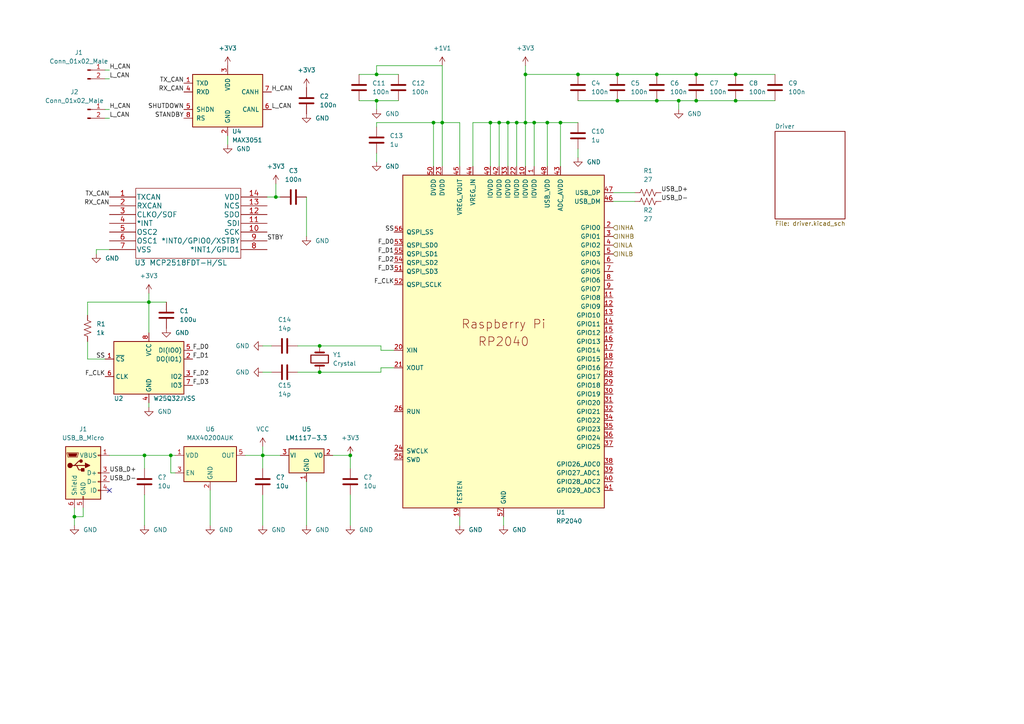
<source format=kicad_sch>
(kicad_sch (version 20211123) (generator eeschema)
  (paper "A4")
  (lib_symbols
    (symbol "Analog_Switch:MAX40200AUK"
      (property "Reference" "U" (at -6.35 6.35 0))
      (property "Value" "MAX40200AUK" (at 7.62 6.35 0))
      (symbol "MAX40200AUK_1_1"
        (rectangle (start -7.62 -5.08) (end 7.62 5.08) (stroke (width 0.254)) (fill (type background)))
        (pin power_in line (at -10.16 2.54 0) (length 2.54) (name "VDD") (number "1"))
        (pin power_in line (at 0 -7.62 90) (length 2.54) (name "GND") (number "2"))
        (pin input line (at -10.16 -2.54 0) (length 2.54) (name "EN") (number "3"))
        (pin no_connect line (at 7.62 -2.54 180) (length 2.54) hide (name "NC") (number "4"))
        (pin passive line (at 10.16 2.54 180) (length 2.54) (name "OUT") (number "5"))
      )
    )
    (symbol "CAN IC:MCP2518FDT-H{brace}slash}SL" (pin_names (offset 0.254))
      (property "Reference" "U" (at 21.59 11.43 0))
      (property "Value" "MCP2518FDT-H{brace}slash}SL" (at 21.59 8.89 0))
      (symbol "MCP2518FDT-H{brace}slash}SL_1_1"
        (polyline (pts (xy 7.62 -17.78) (xy 7.62 2.54) (xy 38.1 2.54) (xy 38.1 -17.78) (xy 7.62 -17.78)))
        (pin output line (at 0 0 0) (length 7.62) (name "TXCAN") (number "1"))
        (pin input line (at 45.72 -10.16 180) (length 7.62) (name "SCK") (number "10"))
        (pin input line (at 45.72 -7.62 180) (length 7.62) (name "SDI") (number "11"))
        (pin output line (at 45.72 -5.08 180) (length 7.62) (name "SDO") (number "12"))
        (pin input line (at 45.72 -2.54 180) (length 7.62) (name "NCS") (number "13"))
        (pin power_in line (at 45.72 0 180) (length 7.62) (name "VDD") (number "14"))
        (pin input line (at 0 -2.54 0) (length 7.62) (name "RXCAN") (number "2"))
        (pin output line (at 0 -5.08 0) (length 7.62) (name "CLKO/SOF") (number "3"))
        (pin output line (at 0 -7.62 0) (length 7.62) (name "*INT") (number "4"))
        (pin output line (at 0 -10.16 0) (length 7.62) (name "OSC2") (number "5"))
        (pin input line (at 0 -12.7 0) (length 7.62) (name "OSC1") (number "6"))
        (pin power_in line (at 0 -15.24 0) (length 7.62) (name "VSS") (number "7"))
        (pin bidirectional line (at 45.72 -15.24 180) (length 7.62) (name "*INT1/GPIO1") (number "8"))
        (pin bidirectional line (at 45.72 -12.7 180) (length 7.62) (name "*INT0/GPIO0/XSTBY") (number "9"))
      )
    )
    (symbol "Connector:Conn_01x02_Male" (pin_names (offset 1.016) hide)
      (property "Reference" "J" (at 0 2.54 0))
      (property "Value" "Conn_01x02_Male" (at 0 -5.08 0))
      (symbol "Conn_01x02_Male_1_1"
        (polyline (pts (xy 1.27 -2.54) (xy 0.8636 -2.54)) (stroke (width 0.1524)))
        (polyline (pts (xy 1.27 0) (xy 0.8636 0)) (stroke (width 0.1524)))
        (rectangle (start 0.8636 -2.413) (end 0 -2.667) (stroke (width 0.1524)) (fill (type outline)))
        (rectangle (start 0.8636 0.127) (end 0 -0.127) (stroke (width 0.1524)) (fill (type outline)))
        (pin passive line (at 5.08 0 180) (length 3.81) (name "Pin_1") (number "1"))
        (pin passive line (at 5.08 -2.54 180) (length 3.81) (name "Pin_2") (number "2"))
      )
    )
    (symbol "Connector:USB_B_Micro" (pin_names (offset 1.016))
      (property "Reference" "J" (at -5.08 11.43 0))
      (property "Value" "USB_B_Micro" (at -5.08 8.89 0))
      (symbol "USB_B_Micro_0_1"
        (rectangle (start -5.08 -7.62) (end 5.08 7.62) (stroke (width 0.254)) (fill (type background)))
        (circle (center -3.81 2.159) (radius 0.635) (stroke (width 0.254)) (fill (type outline)))
        (circle (center -0.635 3.429) (radius 0.381) (stroke (width 0.254)) (fill (type outline)))
        (rectangle (start -0.127 -7.62) (end 0.127 -6.858))
        (polyline (pts (xy -1.905 2.159) (xy 0.635 2.159)) (stroke (width 0.254)))
        (polyline (pts (xy -3.175 2.159) (xy -2.54 2.159) (xy -1.27 3.429) (xy -0.635 3.429)) (stroke (width 0.254)))
        (polyline (pts (xy -2.54 2.159) (xy -1.905 2.159) (xy -1.27 0.889) (xy 0 0.889)) (stroke (width 0.254)))
        (polyline (pts (xy 0.635 2.794) (xy 0.635 1.524) (xy 1.905 2.159) (xy 0.635 2.794)) (stroke (width 0.254)) (fill (type outline)))
        (polyline (pts (xy -4.318 5.588) (xy -1.778 5.588) (xy -2.032 4.826) (xy -4.064 4.826) (xy -4.318 5.588)) (fill (type outline)))
        (polyline (pts (xy -4.699 5.842) (xy -4.699 5.588) (xy -4.445 4.826) (xy -4.445 4.572) (xy -1.651 4.572) (xy -1.651 4.826) (xy -1.397 5.588) (xy -1.397 5.842) (xy -4.699 5.842)))
        (rectangle (start 0.254 1.27) (end -0.508 0.508) (stroke (width 0.254)) (fill (type outline)))
        (rectangle (start 5.08 -5.207) (end 4.318 -4.953))
        (rectangle (start 5.08 -2.667) (end 4.318 -2.413))
        (rectangle (start 5.08 -0.127) (end 4.318 0.127))
        (rectangle (start 5.08 4.953) (end 4.318 5.207))
      )
      (symbol "USB_B_Micro_1_1"
        (pin power_out line (at 7.62 5.08 180) (length 2.54) (name "VBUS") (number "1"))
        (pin bidirectional line (at 7.62 -2.54 180) (length 2.54) (name "D-") (number "2"))
        (pin bidirectional line (at 7.62 0 180) (length 2.54) (name "D+") (number "3"))
        (pin passive line (at 7.62 -5.08 180) (length 2.54) (name "ID") (number "4"))
        (pin power_out line (at 0 -10.16 90) (length 2.54) (name "GND") (number "5"))
        (pin passive line (at -2.54 -10.16 90) (length 2.54) (name "Shield") (number "6"))
      )
    )
    (symbol "Device:C" (pin_numbers hide) (pin_names (offset 0.254))
      (property "Reference" "C" (at 0.635 2.54 0))
      (property "Value" "C" (at 0.635 -2.54 0))
      (symbol "C_0_1"
        (polyline (pts (xy -2.032 -0.762) (xy 2.032 -0.762)) (stroke (width 0.508)))
        (polyline (pts (xy -2.032 0.762) (xy 2.032 0.762)) (stroke (width 0.508)))
      )
      (symbol "C_1_1"
        (pin passive line (at 0 3.81 270) (length 2.794) (name "~") (number "1"))
        (pin passive line (at 0 -3.81 90) (length 2.794) (name "~") (number "2"))
      )
    )
    (symbol "Device:Crystal" (pin_numbers hide) (pin_names (offset 1.016) hide)
      (property "Reference" "Y" (at 0 3.81 0))
      (property "Value" "Crystal" (at 0 -3.81 0))
      (symbol "Crystal_0_1"
        (rectangle (start -1.143 2.54) (end 1.143 -2.54) (stroke (width 0.3048)))
        (polyline (pts (xy -2.54 0) (xy -1.905 0)))
        (polyline (pts (xy -1.905 -1.27) (xy -1.905 1.27)) (stroke (width 0.508)))
        (polyline (pts (xy 1.905 -1.27) (xy 1.905 1.27)) (stroke (width 0.508)))
        (polyline (pts (xy 2.54 0) (xy 1.905 0)))
      )
      (symbol "Crystal_1_1"
        (pin passive line (at -3.81 0 0) (length 1.27) (name "1") (number "1"))
        (pin passive line (at 3.81 0 180) (length 1.27) (name "2") (number "2"))
      )
    )
    (symbol "Device:R_US" (pin_numbers hide) (pin_names (offset 0))
      (property "Reference" "R" (at 2.54 0 90))
      (property "Value" "R_US" (at -2.54 0 90))
      (symbol "R_US_0_1"
        (polyline (pts (xy 0 -2.286) (xy 0 -2.54)))
        (polyline (pts (xy 0 2.286) (xy 0 2.54)))
        (polyline (pts (xy 0 -0.762) (xy 1.016 -1.143) (xy 0 -1.524) (xy -1.016 -1.905) (xy 0 -2.286)))
        (polyline (pts (xy 0 0.762) (xy 1.016 0.381) (xy 0 0) (xy -1.016 -0.381) (xy 0 -0.762)))
        (polyline (pts (xy 0 2.286) (xy 1.016 1.905) (xy 0 1.524) (xy -1.016 1.143) (xy 0 0.762)))
      )
      (symbol "R_US_1_1"
        (pin passive line (at 0 3.81 270) (length 1.27) (name "~") (number "1"))
        (pin passive line (at 0 -3.81 90) (length 1.27) (name "~") (number "2"))
      )
    )
    (symbol "Interface_UART:MAX3051" (pin_names (offset 1.016))
      (property "Reference" "U" (at -10.16 8.89 0))
      (property "Value" "MAX3051" (at 2.54 8.89 0))
      (symbol "MAX3051_0_1"
        (rectangle (start -10.16 7.62) (end 10.16 -7.62) (stroke (width 0.254)) (fill (type background)))
      )
      (symbol "MAX3051_1_1"
        (pin input line (at -12.7 5.08 0) (length 2.54) (name "TXD") (number "1"))
        (pin power_in line (at 0 -10.16 90) (length 2.54) (name "GND") (number "2"))
        (pin power_in line (at 0 10.16 270) (length 2.54) (name "VDD") (number "3"))
        (pin output line (at -12.7 2.54 0) (length 2.54) (name "RXD") (number "4"))
        (pin input line (at -12.7 -2.54 0) (length 2.54) (name "SHDN") (number "5"))
        (pin bidirectional line (at 12.7 -2.54 180) (length 2.54) (name "CANL") (number "6"))
        (pin bidirectional line (at 12.7 2.54 180) (length 2.54) (name "CANH") (number "7"))
        (pin input line (at -12.7 -5.08 0) (length 2.54) (name "RS") (number "8"))
      )
    )
    (symbol "MCU:RP2040" (pin_names (offset 1.016))
      (property "Reference" "U" (at -29.21 49.53 0))
      (property "Value" "RP2040" (at 24.13 -49.53 0))
      (symbol "RP2040_0_0"
        (text "Raspberry Pi" (at 0 5.08 0) (effects (font (size 2.54 2.54))))
        (text "RP2040" (at 0 0 0) (effects (font (size 2.54 2.54))))
      )
      (symbol "RP2040_0_1"
        (rectangle (start 29.21 48.26) (end -29.21 -48.26) (stroke (width 0.254)) (fill (type background)))
      )
      (symbol "RP2040_1_1"
        (pin power_in line (at 8.89 50.8 270) (length 2.54) (name "IOVDD") (number "1"))
        (pin power_in line (at 6.35 50.8 270) (length 2.54) (name "IOVDD") (number "10"))
        (pin bidirectional line (at 31.75 12.7 180) (length 2.54) (name "GPIO8") (number "11"))
        (pin bidirectional line (at 31.75 10.16 180) (length 2.54) (name "GPIO9") (number "12"))
        (pin bidirectional line (at 31.75 7.62 180) (length 2.54) (name "GPIO10") (number "13"))
        (pin bidirectional line (at 31.75 5.08 180) (length 2.54) (name "GPIO11") (number "14"))
        (pin bidirectional line (at 31.75 2.54 180) (length 2.54) (name "GPIO12") (number "15"))
        (pin bidirectional line (at 31.75 0 180) (length 2.54) (name "GPIO13") (number "16"))
        (pin bidirectional line (at 31.75 -2.54 180) (length 2.54) (name "GPIO14") (number "17"))
        (pin bidirectional line (at 31.75 -5.08 180) (length 2.54) (name "GPIO15") (number "18"))
        (pin passive line (at -12.7 -50.8 90) (length 2.54) (name "TESTEN") (number "19"))
        (pin bidirectional line (at 31.75 33.02 180) (length 2.54) (name "GPIO0") (number "2"))
        (pin input line (at -31.75 -2.54 0) (length 2.54) (name "XIN") (number "20"))
        (pin passive line (at -31.75 -7.62 0) (length 2.54) (name "XOUT") (number "21"))
        (pin power_in line (at 3.81 50.8 270) (length 2.54) (name "IOVDD") (number "22"))
        (pin power_in line (at -17.78 50.8 270) (length 2.54) (name "DVDD") (number "23"))
        (pin output line (at -31.75 -31.75 0) (length 2.54) (name "SWCLK") (number "24"))
        (pin bidirectional line (at -31.75 -34.29 0) (length 2.54) (name "SWD") (number "25"))
        (pin input line (at -31.75 -20.32 0) (length 2.54) (name "RUN") (number "26"))
        (pin bidirectional line (at 31.75 -7.62 180) (length 2.54) (name "GPIO16") (number "27"))
        (pin bidirectional line (at 31.75 -10.16 180) (length 2.54) (name "GPIO17") (number "28"))
        (pin bidirectional line (at 31.75 -12.7 180) (length 2.54) (name "GPIO18") (number "29"))
        (pin bidirectional line (at 31.75 30.48 180) (length 2.54) (name "GPIO1") (number "3"))
        (pin bidirectional line (at 31.75 -15.24 180) (length 2.54) (name "GPIO19") (number "30"))
        (pin bidirectional line (at 31.75 -17.78 180) (length 2.54) (name "GPIO20") (number "31"))
        (pin bidirectional line (at 31.75 -20.32 180) (length 2.54) (name "GPIO21") (number "32"))
        (pin power_in line (at 1.27 50.8 270) (length 2.54) (name "IOVDD") (number "33"))
        (pin bidirectional line (at 31.75 -22.86 180) (length 2.54) (name "GPIO22") (number "34"))
        (pin bidirectional line (at 31.75 -25.4 180) (length 2.54) (name "GPIO23") (number "35"))
        (pin bidirectional line (at 31.75 -27.94 180) (length 2.54) (name "GPIO24") (number "36"))
        (pin bidirectional line (at 31.75 -30.48 180) (length 2.54) (name "GPIO25") (number "37"))
        (pin bidirectional line (at 31.75 -35.56 180) (length 2.54) (name "GPIO26_ADC0") (number "38"))
        (pin bidirectional line (at 31.75 -38.1 180) (length 2.54) (name "GPIO27_ADC1") (number "39"))
        (pin bidirectional line (at 31.75 27.94 180) (length 2.54) (name "GPIO2") (number "4"))
        (pin bidirectional line (at 31.75 -40.64 180) (length 2.54) (name "GPIO28_ADC2") (number "40"))
        (pin bidirectional line (at 31.75 -43.18 180) (length 2.54) (name "GPIO29_ADC3") (number "41"))
        (pin power_in line (at -1.27 50.8 270) (length 2.54) (name "IOVDD") (number "42"))
        (pin power_in line (at 16.51 50.8 270) (length 2.54) (name "ADC_AVDD") (number "43"))
        (pin power_in line (at -8.89 50.8 270) (length 2.54) (name "VREG_IN") (number "44"))
        (pin power_out line (at -12.7 50.8 270) (length 2.54) (name "VREG_VOUT") (number "45"))
        (pin bidirectional line (at 31.75 40.64 180) (length 2.54) (name "USB_DM") (number "46"))
        (pin bidirectional line (at 31.75 43.18 180) (length 2.54) (name "USB_DP") (number "47"))
        (pin power_in line (at 12.7 50.8 270) (length 2.54) (name "USB_VDD") (number "48"))
        (pin power_in line (at -3.81 50.8 270) (length 2.54) (name "IOVDD") (number "49"))
        (pin bidirectional line (at 31.75 25.4 180) (length 2.54) (name "GPIO3") (number "5"))
        (pin power_in line (at -20.32 50.8 270) (length 2.54) (name "DVDD") (number "50"))
        (pin bidirectional line (at -31.75 20.32 0) (length 2.54) (name "QSPI_SD3") (number "51"))
        (pin output line (at -31.75 16.51 0) (length 2.54) (name "QSPI_SCLK") (number "52"))
        (pin bidirectional line (at -31.75 27.94 0) (length 2.54) (name "QSPI_SD0") (number "53"))
        (pin bidirectional line (at -31.75 22.86 0) (length 2.54) (name "QSPI_SD2") (number "54"))
        (pin bidirectional line (at -31.75 25.4 0) (length 2.54) (name "QSPI_SD1") (number "55"))
        (pin bidirectional line (at -31.75 31.75 0) (length 2.54) (name "QSPI_SS") (number "56"))
        (pin power_in line (at 0 -50.8 90) (length 2.54) (name "GND") (number "57"))
        (pin bidirectional line (at 31.75 22.86 180) (length 2.54) (name "GPIO4") (number "6"))
        (pin bidirectional line (at 31.75 20.32 180) (length 2.54) (name "GPIO5") (number "7"))
        (pin bidirectional line (at 31.75 17.78 180) (length 2.54) (name "GPIO6") (number "8"))
        (pin bidirectional line (at 31.75 15.24 180) (length 2.54) (name "GPIO7") (number "9"))
      )
    )
    (symbol "Memory_Flash:W25Q32JVSS"
      (property "Reference" "U" (at -8.89 8.89 0))
      (property "Value" "W25Q32JVSS" (at 7.62 8.89 0))
      (symbol "W25Q32JVSS_0_1"
        (rectangle (start -10.16 7.62) (end 10.16 -7.62) (stroke (width 0.254)) (fill (type background)))
      )
      (symbol "W25Q32JVSS_1_1"
        (pin input line (at -12.7 2.54 0) (length 2.54) (name "~{CS}") (number "1"))
        (pin bidirectional line (at 12.7 2.54 180) (length 2.54) (name "DO(IO1)") (number "2"))
        (pin bidirectional line (at 12.7 -2.54 180) (length 2.54) (name "IO2") (number "3"))
        (pin power_in line (at 0 -10.16 90) (length 2.54) (name "GND") (number "4"))
        (pin bidirectional line (at 12.7 5.08 180) (length 2.54) (name "DI(IO0)") (number "5"))
        (pin input line (at -12.7 -2.54 0) (length 2.54) (name "CLK") (number "6"))
        (pin bidirectional line (at 12.7 -5.08 180) (length 2.54) (name "IO3") (number "7"))
        (pin power_in line (at 0 10.16 270) (length 2.54) (name "VCC") (number "8"))
      )
    )
    (symbol "Regulator_Linear:LM1117-3.3" (pin_names (offset 0.254))
      (property "Reference" "U" (at -3.81 3.175 0))
      (property "Value" "LM1117-3.3" (at 0 3.175 0))
      (symbol "LM1117-3.3_0_1"
        (rectangle (start -5.08 -5.08) (end 5.08 1.905) (stroke (width 0.254)) (fill (type background)))
      )
      (symbol "LM1117-3.3_1_1"
        (pin power_in line (at 0 -7.62 90) (length 2.54) (name "GND") (number "1"))
        (pin power_out line (at 7.62 0 180) (length 2.54) (name "VO") (number "2"))
        (pin power_in line (at -7.62 0 0) (length 2.54) (name "VI") (number "3"))
      )
    )
    (symbol "power:+1V1" (power) (pin_names (offset 0))
      (property "Value" "+1V1" (at 0 3.556 0))
      (symbol "+1V1_0_1"
        (polyline (pts (xy -0.762 1.27) (xy 0 2.54)))
        (polyline (pts (xy 0 0) (xy 0 2.54)))
        (polyline (pts (xy 0 2.54) (xy 0.762 1.27)))
      )
      (symbol "+1V1_1_1"
        (pin power_in line (at 0 0 90) (length 0) hide (name "+1V1") (number "1"))
      )
    )
    (symbol "power:+3V3" (power) (pin_names (offset 0))
      (property "Value" "+3V3" (at 0 3.556 0))
      (symbol "+3V3_0_1"
        (polyline (pts (xy -0.762 1.27) (xy 0 2.54)))
        (polyline (pts (xy 0 0) (xy 0 2.54)))
        (polyline (pts (xy 0 2.54) (xy 0.762 1.27)))
      )
      (symbol "+3V3_1_1"
        (pin power_in line (at 0 0 90) (length 0) hide (name "+3V3") (number "1"))
      )
    )
    (symbol "power:GND" (power) (pin_names (offset 0))
      (property "Value" "GND" (at 0 -3.81 0))
      (symbol "GND_0_1"
        (polyline (pts (xy 0 0) (xy 0 -1.27) (xy 1.27 -1.27) (xy 0 -2.54) (xy -1.27 -1.27) (xy 0 -1.27)))
      )
      (symbol "GND_1_1"
        (pin power_in line (at 0 0 270) (length 0) hide (name "GND") (number "1"))
      )
    )
    (symbol "power:VCC" (power) (pin_names (offset 0))
      (property "Value" "VCC" (at 0 3.81 0))
      (symbol "VCC_0_1"
        (polyline (pts (xy -0.762 1.27) (xy 0 2.54)))
        (polyline (pts (xy 0 0) (xy 0 2.54)))
        (polyline (pts (xy 0 2.54) (xy 0.762 1.27)))
      )
      (symbol "VCC_1_1"
        (pin power_in line (at 0 0 90) (length 0) hide (name "VCC") (number "1"))
      )
    )
  )
  (junction (at 43.18 87.63))
  (junction (at 179.07 21.59))
  (junction (at 213.36 21.59))
  (junction (at 196.85 29.21))
  (junction (at 190.5 29.21))
  (junction (at 158.75 35.56))
  (junction (at 109.22 21.59))
  (junction (at 80.01 57.15))
  (junction (at 144.78 35.56))
  (junction (at 152.4 21.59))
  (junction (at 21.59 149.86))
  (junction (at 125.73 35.56))
  (junction (at 167.64 21.59))
  (junction (at 147.32 35.56))
  (junction (at 149.86 35.56))
  (junction (at 76.2 132.08))
  (junction (at 128.27 35.56))
  (junction (at 162.56 35.56))
  (junction (at 49.53 132.08))
  (junction (at 190.5 21.59))
  (junction (at 201.93 29.21))
  (junction (at 142.24 35.56))
  (junction (at 154.94 35.56))
  (junction (at 41.91 132.08))
  (junction (at 213.36 29.21))
  (junction (at 92.71 100.33))
  (junction (at 152.4 35.56))
  (junction (at 92.71 107.95))
  (junction (at 109.22 29.21))
  (junction (at 179.07 29.21))
  (junction (at 101.6 132.08))
  (junction (at 201.93 21.59))
  (no_connect (at 31.75 142.24))
  (wire (pts (xy 101.6 132.08) (xy 101.6 135.89)))
  (wire (pts (xy 152.4 21.59) (xy 167.64 21.59)))
  (wire (pts (xy 60.96 142.24) (xy 60.96 152.4)))
  (wire (pts (xy 49.53 132.08) (xy 50.8 132.08)))
  (wire (pts (xy 109.22 36.83) (xy 109.22 35.56)))
  (wire (pts (xy 152.4 19.05) (xy 152.4 21.59)))
  (wire (pts (xy 88.9 57.15) (xy 88.9 68.58)))
  (wire (pts (xy 128.27 19.05) (xy 128.27 35.56)))
  (wire (pts (xy 142.24 35.56) (xy 144.78 35.56)))
  (wire (pts (xy 158.75 35.56) (xy 154.94 35.56)))
  (wire (pts (xy 76.2 100.33) (xy 78.74 100.33)))
  (wire (pts (xy 109.22 21.59) (xy 115.57 21.59)))
  (wire (pts (xy 137.16 35.56) (xy 142.24 35.56)))
  (wire (pts (xy 92.71 107.95) (xy 110.49 107.95)))
  (wire (pts (xy 30.48 31.75) (xy 31.75 31.75)))
  (wire (pts (xy 190.5 21.59) (xy 201.93 21.59)))
  (wire (pts (xy 167.64 21.59) (xy 179.07 21.59)))
  (wire (pts (xy 24.13 149.86) (xy 21.59 149.86)))
  (wire (pts (xy 80.01 57.15) (xy 81.28 57.15)))
  (wire (pts (xy 154.94 35.56) (xy 152.4 35.56)))
  (wire (pts (xy 27.94 72.39) (xy 31.75 72.39)))
  (wire (pts (xy 147.32 35.56) (xy 149.86 35.56)))
  (wire (pts (xy 128.27 35.56) (xy 128.27 48.26)))
  (wire (pts (xy 142.24 48.26) (xy 142.24 35.56)))
  (wire (pts (xy 196.85 29.21) (xy 196.85 31.75)))
  (wire (pts (xy 109.22 31.75) (xy 109.22 29.21)))
  (wire (pts (xy 201.93 21.59) (xy 213.36 21.59)))
  (wire (pts (xy 158.75 35.56) (xy 158.75 48.26)))
  (wire (pts (xy 66.04 39.37) (xy 66.04 41.91)))
  (wire (pts (xy 162.56 35.56) (xy 158.75 35.56)))
  (wire (pts (xy 177.8 55.88) (xy 184.15 55.88)))
  (wire (pts (xy 149.86 35.56) (xy 149.86 48.26)))
  (wire (pts (xy 80.01 53.34) (xy 80.01 57.15)))
  (wire (pts (xy 133.35 35.56) (xy 128.27 35.56)))
  (wire (pts (xy 24.13 147.32) (xy 24.13 149.86)))
  (wire (pts (xy 25.4 104.14) (xy 30.48 104.14)))
  (wire (pts (xy 86.36 100.33) (xy 92.71 100.33)))
  (wire (pts (xy 43.18 87.63) (xy 48.26 87.63)))
  (wire (pts (xy 101.6 132.08) (xy 96.52 132.08)))
  (wire (pts (xy 43.18 116.84) (xy 43.18 118.11)))
  (wire (pts (xy 144.78 35.56) (xy 144.78 48.26)))
  (wire (pts (xy 109.22 29.21) (xy 115.57 29.21)))
  (wire (pts (xy 154.94 35.56) (xy 154.94 48.26)))
  (wire (pts (xy 213.36 21.59) (xy 224.79 21.59)))
  (wire (pts (xy 152.4 35.56) (xy 152.4 21.59)))
  (wire (pts (xy 25.4 91.44) (xy 25.4 87.63)))
  (wire (pts (xy 30.48 34.29) (xy 31.75 34.29)))
  (wire (pts (xy 162.56 35.56) (xy 162.56 48.26)))
  (wire (pts (xy 76.2 132.08) (xy 81.28 132.08)))
  (wire (pts (xy 101.6 143.51) (xy 101.6 152.4)))
  (wire (pts (xy 31.75 132.08) (xy 41.91 132.08)))
  (wire (pts (xy 133.35 149.86) (xy 133.35 152.4)))
  (wire (pts (xy 41.91 143.51) (xy 41.91 152.4)))
  (wire (pts (xy 146.05 149.86) (xy 146.05 152.4)))
  (wire (pts (xy 167.64 35.56) (xy 162.56 35.56)))
  (wire (pts (xy 152.4 35.56) (xy 152.4 48.26)))
  (wire (pts (xy 213.36 29.21) (xy 224.79 29.21)))
  (wire (pts (xy 30.48 20.32) (xy 31.75 20.32)))
  (wire (pts (xy 109.22 35.56) (xy 125.73 35.56)))
  (wire (pts (xy 128.27 35.56) (xy 125.73 35.56)))
  (wire (pts (xy 196.85 29.21) (xy 201.93 29.21)))
  (wire (pts (xy 76.2 143.51) (xy 76.2 152.4)))
  (wire (pts (xy 104.14 21.59) (xy 109.22 21.59)))
  (wire (pts (xy 92.71 100.33) (xy 110.49 100.33)))
  (wire (pts (xy 50.8 137.16) (xy 49.53 137.16)))
  (wire (pts (xy 71.12 132.08) (xy 76.2 132.08)))
  (wire (pts (xy 21.59 149.86) (xy 21.59 152.4)))
  (wire (pts (xy 114.3 101.6) (xy 110.49 101.6)))
  (wire (pts (xy 49.53 132.08) (xy 49.53 137.16)))
  (wire (pts (xy 76.2 129.54) (xy 76.2 132.08)))
  (wire (pts (xy 109.22 19.05) (xy 128.27 19.05)))
  (wire (pts (xy 41.91 132.08) (xy 49.53 132.08)))
  (wire (pts (xy 109.22 29.21) (xy 104.14 29.21)))
  (wire (pts (xy 21.59 147.32) (xy 21.59 149.86)))
  (wire (pts (xy 88.9 139.7) (xy 88.9 152.4)))
  (wire (pts (xy 114.3 106.68) (xy 110.49 106.68)))
  (wire (pts (xy 43.18 87.63) (xy 43.18 96.52)))
  (wire (pts (xy 76.2 132.08) (xy 76.2 135.89)))
  (wire (pts (xy 137.16 48.26) (xy 137.16 35.56)))
  (wire (pts (xy 27.94 73.66) (xy 27.94 72.39)))
  (wire (pts (xy 43.18 85.09) (xy 43.18 87.63)))
  (wire (pts (xy 109.22 21.59) (xy 109.22 19.05)))
  (wire (pts (xy 86.36 107.95) (xy 92.71 107.95)))
  (wire (pts (xy 201.93 29.21) (xy 213.36 29.21)))
  (wire (pts (xy 133.35 48.26) (xy 133.35 35.56)))
  (wire (pts (xy 179.07 29.21) (xy 190.5 29.21)))
  (wire (pts (xy 149.86 35.56) (xy 152.4 35.56)))
  (wire (pts (xy 25.4 87.63) (xy 43.18 87.63)))
  (wire (pts (xy 80.01 57.15) (xy 77.47 57.15)))
  (wire (pts (xy 190.5 29.21) (xy 196.85 29.21)))
  (wire (pts (xy 144.78 35.56) (xy 147.32 35.56)))
  (wire (pts (xy 179.07 21.59) (xy 190.5 21.59)))
  (wire (pts (xy 110.49 101.6) (xy 110.49 100.33)))
  (wire (pts (xy 25.4 99.06) (xy 25.4 104.14)))
  (wire (pts (xy 177.8 58.42) (xy 184.15 58.42)))
  (wire (pts (xy 167.64 29.21) (xy 179.07 29.21)))
  (wire (pts (xy 76.2 107.95) (xy 78.74 107.95)))
  (wire (pts (xy 110.49 106.68) (xy 110.49 107.95)))
  (wire (pts (xy 30.48 22.86) (xy 31.75 22.86)))
  (wire (pts (xy 41.91 132.08) (xy 41.91 135.89)))
  (wire (pts (xy 109.22 44.45) (xy 109.22 46.99)))
  (wire (pts (xy 125.73 35.56) (xy 125.73 48.26)))
  (wire (pts (xy 167.64 43.18) (xy 167.64 45.72)))
  (wire (pts (xy 147.32 35.56) (xy 147.32 48.26)))
  (label "H_CAN" (at 78.74 26.67 0))
  (label "L_CAN" (at 31.75 34.29 0))
  (label "SS" (at 114.3 67.31 180))
  (label "USB_D+" (at 191.77 55.88 0))
  (label "RX_CAN" (at 31.75 59.69 180))
  (label "SS" (at 30.48 104.14 180))
  (label "TX_CAN" (at 31.75 57.15 180))
  (label "F_D1" (at 114.3 73.66 180))
  (label "TX_CAN" (at 53.34 24.13 180))
  (label "F_D3" (at 114.3 78.74 180))
  (label "F_D1" (at 55.88 104.14 0))
  (label "STBY" (at 77.47 69.85 0))
  (label "L_CAN" (at 31.75 22.86 0))
  (label "STANDBY" (at 53.34 34.29 180))
  (label "F_D0" (at 55.88 101.6 0))
  (label "L_CAN" (at 78.74 31.75 0))
  (label "F_D3" (at 55.88 111.76 0))
  (label "H_CAN" (at 31.75 31.75 0))
  (label "RX_CAN" (at 53.34 26.67 180))
  (label "USB_D-" (at 31.75 139.7 0))
  (label "F_D2" (at 114.3 76.2 180))
  (label "SHUTDOWN" (at 53.34 31.75 180))
  (label "F_CLK" (at 114.3 82.55 180))
  (label "USB_D+" (at 31.75 137.16 0))
  (label "USB_D-" (at 191.77 58.42 0))
  (label "F_CLK" (at 30.48 109.22 180))
  (label "F_D2" (at 55.88 109.22 0))
  (label "F_D0" (at 114.3 71.12 180))
  (label "H_CAN" (at 31.75 20.32 0))
  (hierarchical_label "INLB" (shape input) (at 177.8 73.66 0))
  (hierarchical_label "INHA" (shape input) (at 177.8 66.04 0))
  (hierarchical_label "INLA" (shape input) (at 177.8 71.12 0))
  (hierarchical_label "INHB" (shape input) (at 177.8 68.58 0))
  (symbol (lib_id "power:+3V3") (at 88.9 25.4 0) (unit 1)
    (property "Reference" "#PWR?" (effects hide))
    (property "Value" "+3V3" (at 88.9 20.32 0))
  )
  (symbol (lib_id "power:GND") (at 88.9 152.4 0) (unit 1)
    (property "Reference" "#PWR?" (effects hide))
    (property "Value" "GND" (at 91.44 153.6699 0) (effects (justify left)))
  )
  (symbol (lib_id "Memory_Flash:W25Q32JVSS") (at 43.18 106.68 0) (unit 1)
    (property "Reference" "U2" (at 33.02 115.57 0) (effects (justify left)))
    (property "Value" "W25Q32JVSS" (at 44.45 115.57 0) (effects (justify left)))
    (property "Footprint" "Package_SO:SOIC-8_5.23x5.23mm_P1.27mm" (effects hide))
    (property "Datasheet" "http://www.winbond.com/resource-files/w25q32jv%20revg%2003272018%20plus.pdf" (effects hide))
  )
  (symbol (lib_id "power:GND") (at 109.22 31.75 0) (unit 1)
    (property "Reference" "#PWR?" (effects hide))
    (property "Value" "GND" (at 111.76 33.0199 0) (effects (justify left)))
  )
  (symbol (lib_id "power:VCC") (at 76.2 129.54 0) (unit 1)
    (property "Reference" "#PWR?" (effects hide))
    (property "Value" "VCC" (at 76.2 124.46 0))
  )
  (symbol (lib_id "Device:C") (at 48.26 91.44 0) (unit 1)
    (property "Reference" "C1" (at 52.07 90.1699 0) (effects (justify left)))
    (property "Value" "100u" (at 52.07 92.7099 0) (effects (justify left)))
  )
  (symbol (lib_id "power:GND") (at 167.64 45.72 0) (unit 1)
    (property "Reference" "#PWR?" (effects hide))
    (property "Value" "GND" (at 170.18 46.9899 0) (effects (justify left)))
  )
  (symbol (lib_id "Connector:Conn_01x02_Male") (at 25.4 31.75 0) (unit 1)
    (property "Reference" "J2" (at 21.59 26.67 0))
    (property "Value" "Conn_01x02_Male" (at 21.59 29.21 0))
  )
  (symbol (lib_id "power:GND") (at 41.91 152.4 0) (unit 1)
    (property "Reference" "#PWR?" (effects hide))
    (property "Value" "GND" (at 44.45 153.6699 0) (effects (justify left)))
  )
  (symbol (lib_id "Device:R_US") (at 187.96 55.88 90) (unit 1)
    (property "Reference" "R1" (at 187.96 49.53 90))
    (property "Value" "27" (at 187.96 52.07 90))
  )
  (symbol (lib_id "power:+3V3") (at 101.6 132.08 0) (unit 1)
    (property "Reference" "#PWR?" (effects hide))
    (property "Value" "+3V3" (at 101.6 127 0))
  )
  (symbol (lib_id "Device:C") (at 167.64 25.4 0) (unit 1)
    (property "Reference" "C4" (at 171.45 24.1299 0) (effects (justify left)))
    (property "Value" "100n" (at 171.45 26.6699 0) (effects (justify left)))
  )
  (symbol (lib_id "Device:C") (at 101.6 139.7 0) (unit 1)
    (property "Reference" "C?" (at 105.41 138.4299 0) (effects (justify left)))
    (property "Value" "10u" (at 105.41 140.9699 0) (effects (justify left)))
  )
  (symbol (lib_id "Device:C") (at 104.14 25.4 0) (unit 1)
    (property "Reference" "C11" (at 107.95 24.1299 0) (effects (justify left)))
    (property "Value" "100n" (at 107.95 26.6699 0) (effects (justify left)))
  )
  (symbol (lib_id "Device:C") (at 85.09 57.15 90) (unit 1)
    (property "Reference" "C3" (at 85.09 49.53 90))
    (property "Value" "100n" (at 85.09 52.07 90))
  )
  (symbol (lib_id "Device:Crystal") (at 92.71 104.14 270) (unit 1)
    (property "Reference" "Y1" (at 96.52 102.8699 90) (effects (justify left)))
    (property "Value" "Crystal" (at 96.52 105.4099 90) (effects (justify left)))
  )
  (symbol (lib_id "Device:C") (at 213.36 25.4 0) (unit 1)
    (property "Reference" "C8" (at 217.17 24.1299 0) (effects (justify left)))
    (property "Value" "100n" (at 217.17 26.6699 0) (effects (justify left)))
  )
  (symbol (lib_id "Device:C") (at 224.79 25.4 0) (unit 1)
    (property "Reference" "C9" (at 228.6 24.1299 0) (effects (justify left)))
    (property "Value" "100n" (at 228.6 26.6699 0) (effects (justify left)))
  )
  (symbol (lib_id "power:+3V3") (at 80.01 53.34 0) (unit 1)
    (property "Reference" "#PWR?" (effects hide))
    (property "Value" "+3V3" (at 80.01 48.26 0))
  )
  (symbol (lib_id "power:GND") (at 109.22 46.99 0) (unit 1)
    (property "Reference" "#PWR?" (effects hide))
    (property "Value" "GND" (at 111.76 48.2599 0) (effects (justify left)))
  )
  (symbol (lib_id "Device:C") (at 179.07 25.4 0) (unit 1)
    (property "Reference" "C5" (at 182.88 24.1299 0) (effects (justify left)))
    (property "Value" "100n" (at 182.88 26.6699 0) (effects (justify left)))
  )
  (symbol (lib_id "CAN IC:MCP2518FDT-H{brace}slash}SL") (at 31.75 57.15 0) (unit 1)
    (property "Reference" "U3" (at 40.64 76.2 0) (effects (font (size 1.524 1.524))))
    (property "Value" "MCP2518FDT-H{slash}SL" (at 54.61 76.2 0) (effects (font (size 1.524 1.524))))
    (property "Footprint" "SOIC14_150MIL_SL_MCH" (effects hide))
  )
  (symbol (lib_id "power:GND") (at 196.85 31.75 0) (unit 1)
    (property "Reference" "#PWR?" (effects hide))
    (property "Value" "GND" (at 199.39 33.0199 0) (effects (justify left)))
  )
  (symbol (lib_id "power:GND") (at 133.35 152.4 0) (unit 1)
    (property "Reference" "#PWR?" (effects hide))
    (property "Value" "GND" (at 135.89 153.6699 0) (effects (justify left)))
  )
  (symbol (lib_id "Device:R_US") (at 25.4 95.25 0) (unit 1)
    (property "Reference" "R1" (at 27.94 93.9799 0) (effects (justify left)))
    (property "Value" "1k" (at 27.94 96.5199 0) (effects (justify left)))
  )
  (symbol (lib_id "power:GND") (at 76.2 107.95 270) (unit 1)
    (property "Reference" "#PWR?" (effects hide))
    (property "Value" "GND" (at 72.39 107.9499 90) (effects (justify right)))
  )
  (symbol (lib_id "power:GND") (at 88.9 33.02 0) (unit 1)
    (property "Reference" "#PWR?" (effects hide))
    (property "Value" "GND" (at 91.44 34.2899 0) (effects (justify left)))
  )
  (symbol (lib_id "power:+1V1") (at 128.27 19.05 0) (unit 1)
    (property "Reference" "#PWR?" (effects hide))
    (property "Value" "+1V1" (at 128.27 13.97 0))
  )
  (symbol (lib_id "power:GND") (at 101.6 152.4 0) (unit 1)
    (property "Reference" "#PWR?" (effects hide))
    (property "Value" "GND" (at 104.14 153.6699 0) (effects (justify left)))
  )
  (symbol (lib_id "power:GND") (at 48.26 95.25 0) (unit 1)
    (property "Reference" "#PWR?" (effects hide))
    (property "Value" "GND" (at 50.8 96.5199 0) (effects (justify left)))
  )
  (symbol (lib_id "power:GND") (at 76.2 100.33 270) (unit 1)
    (property "Reference" "#PWR?" (effects hide))
    (property "Value" "GND" (at 72.39 100.3299 90) (effects (justify right)))
  )
  (symbol (lib_id "Device:C") (at 82.55 107.95 90) (unit 1)
    (property "Reference" "C15" (at 82.55 111.76 90))
    (property "Value" "14p" (at 82.55 114.3 90))
  )
  (symbol (lib_id "Analog_Switch:MAX40200AUK") (at 60.96 134.62 0) (unit 1)
    (property "Reference" "U6" (at 60.96 124.46 0))
    (property "Value" "MAX40200AUK" (at 60.96 127 0))
    (property "Footprint" "Package_TO_SOT_SMD:SOT-23-5" (effects hide))
    (property "Datasheet" "https://datasheets.maximintegrated.com/en/ds/MAX40200.pdf" (effects hide))
  )
  (symbol (lib_id "power:GND") (at 66.04 41.91 0) (unit 1)
    (property "Reference" "#PWR?" (effects hide))
    (property "Value" "GND" (at 68.58 43.1799 0) (effects (justify left)))
  )
  (symbol (lib_id "Device:C") (at 82.55 100.33 90) (unit 1)
    (property "Reference" "C14" (at 82.55 92.71 90))
    (property "Value" "14p" (at 82.55 95.25 90))
  )
  (symbol (lib_id "Connector:USB_B_Micro") (at 24.13 137.16 0) (unit 1)
    (property "Reference" "J1" (at 24.13 124.46 0))
    (property "Value" "USB_B_Micro" (at 24.13 127 0))
  )
  (symbol (lib_id "power:GND") (at 60.96 152.4 0) (unit 1)
    (property "Reference" "#PWR?" (effects hide))
    (property "Value" "GND" (at 63.5 153.6699 0) (effects (justify left)))
  )
  (symbol (lib_id "power:GND") (at 43.18 118.11 0) (unit 1)
    (property "Reference" "#PWR?" (effects hide))
    (property "Value" "GND" (at 45.72 119.3799 0) (effects (justify left)))
  )
  (symbol (lib_id "power:GND") (at 76.2 152.4 0) (unit 1)
    (property "Reference" "#PWR?" (effects hide))
    (property "Value" "GND" (at 78.74 153.6699 0) (effects (justify left)))
  )
  (symbol (lib_id "power:GND") (at 88.9 68.58 0) (unit 1)
    (property "Reference" "#PWR?" (effects hide))
    (property "Value" "GND" (at 91.44 69.8499 0) (effects (justify left)))
  )
  (symbol (lib_id "power:GND") (at 146.05 152.4 0) (unit 1)
    (property "Reference" "#PWR?" (effects hide))
    (property "Value" "GND" (at 148.59 153.6699 0) (effects (justify left)))
  )
  (symbol (lib_id "power:+3V3") (at 43.18 85.09 0) (unit 1)
    (property "Reference" "#PWR?" (effects hide))
    (property "Value" "+3V3" (at 43.18 80.01 0))
  )
  (symbol (lib_id "Device:C") (at 41.91 139.7 0) (unit 1)
    (property "Reference" "C?" (at 45.72 138.4299 0) (effects (justify left)))
    (property "Value" "10u" (at 45.72 140.9699 0) (effects (justify left)))
  )
  (symbol (lib_id "power:GND") (at 21.59 152.4 0) (unit 1)
    (property "Reference" "#PWR?" (effects hide))
    (property "Value" "GND" (at 24.13 153.6699 0) (effects (justify left)))
  )
  (symbol (lib_id "Connector:Conn_01x02_Male") (at 25.4 20.32 0) (unit 1)
    (property "Reference" "J1" (at 22.86 15.24 0))
    (property "Value" "Conn_01x02_Male" (at 22.86 17.78 0))
  )
  (symbol (lib_id "Device:C") (at 88.9 29.21 0) (unit 1)
    (property "Reference" "C2" (at 92.71 27.9399 0) (effects (justify left)))
    (property "Value" "100n" (at 92.71 30.4799 0) (effects (justify left)))
  )
  (symbol (lib_id "Device:C") (at 167.64 39.37 0) (unit 1)
    (property "Reference" "C10" (at 171.45 38.0999 0) (effects (justify left)))
    (property "Value" "1u" (at 171.45 40.6399 0) (effects (justify left)))
  )
  (symbol (lib_id "power:GND") (at 27.94 73.66 0) (unit 1)
    (property "Reference" "#PWR?" (effects hide))
    (property "Value" "GND" (at 30.48 74.9299 0) (effects (justify left)))
  )
  (symbol (lib_id "power:+3V3") (at 152.4 19.05 0) (unit 1)
    (property "Reference" "#PWR?" (effects hide))
    (property "Value" "+3V3" (at 152.4 13.97 0))
  )
  (symbol (lib_id "power:+3V3") (at 66.04 19.05 0) (unit 1)
    (property "Reference" "#PWR?" (effects hide))
    (property "Value" "+3V3" (at 66.04 13.97 0))
  )
  (symbol (lib_id "Regulator_Linear:LM1117-3.3") (at 88.9 132.08 0) (unit 1)
    (property "Reference" "U5" (at 88.9 124.46 0))
    (property "Value" "LM1117-3.3" (at 88.9 127 0))
    (property "Datasheet" "http://www.ti.com/lit/ds/symlink/lm1117.pdf" (effects hide))
  )
  (symbol (lib_id "Interface_UART:MAX3051") (at 66.04 29.21 0) (unit 1)
    (property "Reference" "U4" (at 67.31 38.1 0) (effects (justify left)))
    (property "Value" "MAX3051" (at 67.31 40.64 0) (effects (justify left)))
    (property "Datasheet" "http://datasheets.maximintegrated.com/en/ds/MAX3051.pdf" (effects hide))
  )
  (symbol (lib_id "Device:C") (at 109.22 40.64 0) (unit 1)
    (property "Reference" "C13" (at 113.03 39.3699 0) (effects (justify left)))
    (property "Value" "1u" (at 113.03 41.9099 0) (effects (justify left)))
  )
  (symbol (lib_id "Device:C") (at 76.2 139.7 0) (unit 1)
    (property "Reference" "C?" (at 80.01 138.4299 0) (effects (justify left)))
    (property "Value" "10u" (at 80.01 140.9699 0) (effects (justify left)))
  )
  (symbol (lib_id "Device:R_US") (at 187.96 58.42 270) (unit 1)
    (property "Reference" "R2" (at 187.96 60.96 90))
    (property "Value" "27" (at 187.96 63.5 90))
  )
  (symbol (lib_id "Device:C") (at 190.5 25.4 0) (unit 1)
    (property "Reference" "C6" (at 194.31 24.1299 0) (effects (justify left)))
    (property "Value" "100n" (at 194.31 26.6699 0) (effects (justify left)))
  )
  (symbol (lib_id "MCU:RP2040") (at 146.05 99.06 0) (unit 1)
    (property "Reference" "U1" (at 161.29 148.59 0) (effects (justify left)))
    (property "Value" "RP2040" (at 161.29 151.13 0) (effects (justify left)))
    (property "Footprint" "RP2040_minimal:RP2040-QFN-56" (effects hide))
  )
  (symbol (lib_id "Device:C") (at 201.93 25.4 0) (unit 1)
    (property "Reference" "C7" (at 205.74 24.1299 0) (effects (justify left)))
    (property "Value" "100n" (at 205.74 26.6699 0) (effects (justify left)))
  )
  (symbol (lib_id "Device:C") (at 115.57 25.4 0) (unit 1)
    (property "Reference" "C12" (at 119.38 24.1299 0) (effects (justify left)))
    (property "Value" "100n" (at 119.38 26.6699 0) (effects (justify left)))
  )
  (sheet (at 224.79 38.1) (size 20.32 25.4) (stroke (width 0.1524))
    (property "Sheet name" "Driver" (at 224.79 37.3884 0) (effects (justify left bottom)))
    (property "Sheet file" "driver.kicad_sch" (at 224.79 64.0846 0) (effects (justify left top)))
  )
)
</source>
